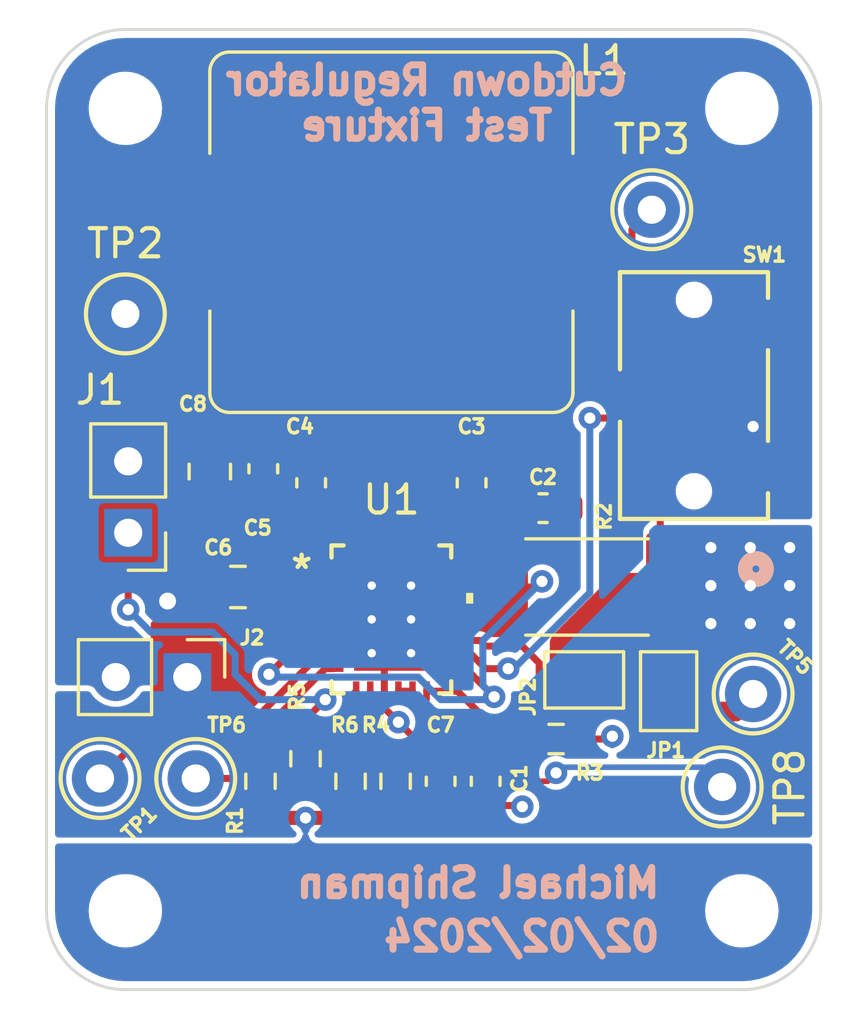
<source format=kicad_pcb>
(kicad_pcb (version 20221018) (generator pcbnew)
  (layers (0 "F.Cu" signal) (1 "In1.Cu" signal) (2 "In2.Cu" signal) (31 "B.Cu" signal) (34 "B.Paste" user) (35 "F.Paste" user) (36 "B.SilkS" user "B.Silkscreen") (37 "F.SilkS" user "F.Silkscreen") (38 "B.Mask" user) (39 "F.Mask" user) (44 "Edge.Cuts" user))
  (net 0 "")
  (net 1 "Net-(U1-MPCC)")
  (net 2 "GND")
  (net 3 "Net-(U1-ISN)")
  (net 4 "Net-(U1-BST1)")
  (net 5 "Net-(C3-Pad2)")
  (net 6 "Net-(U1-BST2)")
  (net 7 "Net-(C4-Pad2)")
  (net 8 "Net-(U1-BST3)")
  (net 9 "Net-(C7-Pad1)")
  (net 10 "+BATT")
  (net 11 "+3V3")
  (net 12 "Net-(JP1-B)")
  (net 13 "Net-(U1-PROG)")
  (net 14 "Net-(U1-RT)")
  (net 15 "Net-(U1-VC)")
  (net 16 "Net-(U1-FB)")
  (net 17 "/EN")
  (net 18 "Net-(U1-PGOOD)")
  (net 19 "/POWR_OUT")
  (footprint "Capacitor_SMD:C_0603_1608Metric_Pad1.08x0.95mm_HandSolder" (layer "F.Cu") (at 139.1 113.6 -90)
    (fp_text reference "C1" (at -0.1 -1.2 90) (layer "F.SilkS") (effects (font (size 0.5 0.5) (thickness 0.125))))
    (fp_text value "4.7uF")
    (fp_line (start -0.146267 -0.51) (end 0.146267 -0.51) (stroke (width 0.12)) (layer "F.SilkS"))
    (fp_line (start -0.146267 0.51) (end 0.146267 0.51) (stroke (width 0.12)) (layer "F.SilkS"))
    (pad "1" smd roundrect (at -0.8625 0 270) (size 1.075 0.95) (layers "F.Cu" "F.Paste" "F.Mask") (net 1 "Net-(U1-MPCC)"))
    (pad "2" smd roundrect (at 0.8625 0 270) (size 1.075 0.95) (layers "F.Cu" "F.Paste" "F.Mask") (net 2 "GND"))
  )
  (footprint "Resistor_SMD:R_0603_1608Metric_Pad0.98x0.95mm_HandSolder" (layer "F.Cu") (at 141.6 112.1)
    (fp_text reference "R3" (at 1.2 1.2) (layer "F.SilkS") (effects (font (size 0.5 0.5) (thickness 0.125))))
    (fp_text value "75k")
    (fp_line (start -0.254724 -0.5225) (end 0.254724 -0.5225) (stroke (width 0.12)) (layer "F.SilkS"))
    (fp_line (start -0.254724 0.5225) (end 0.254724 0.5225) (stroke (width 0.12)) (layer "F.SilkS"))
    (pad "1" smd roundrect (at -0.9125 0) (size 0.975 0.95) (layers "F.Cu" "F.Paste" "F.Mask") (net 14 "Net-(U1-RT)"))
    (pad "2" smd roundrect (at 0.9125 0) (size 0.975 0.95) (layers "F.Cu" "F.Paste" "F.Mask") (net 2 "GND"))
  )
  (footprint "MountingHole:MountingHole_2.2mm_M2" (layer "F.Cu") (at 126.3 89.7)
    (fp_text reference "H1" hide)
    (fp_text value "M2")
    (pad "" np_thru_hole circle (at 0 0) (size 2.2 2.2) (drill 2.2) (layers "*.Cu" "*.Mask"))
  )
  (footprint "TestPoint:TestPoint_Keystone_5000-5004_Miniature" (layer "F.Cu") (at 147.5 113.8)
    (fp_text reference "TP8" (at 2.4 0 90) (layer "F.SilkS"))
    (fp_text value "TestPoint")
    (fp_circle (center 0 0) (end 1.4 0) (stroke (width 0.15)) (fill none) (layer "F.SilkS"))
    (pad "1" thru_hole circle (at 0 0) (size 2 2) (drill 1) (layers "*.Cu" "*.Mask") (net 15 "Net-(U1-VC)"))
  )
  (footprint "MountingHole:MountingHole_2.2mm_M2" (layer "F.Cu") (at 148.2 118.2)
    (fp_text reference "H4" hide)
    (fp_text value "M2")
    (pad "" np_thru_hole circle (at 0 0) (size 2.2 2.2) (drill 2.2) (layers "*.Cu" "*.Mask"))
  )
  (footprint "Capacitor_SMD:C_0603_1608Metric_Pad1.08x0.95mm_HandSolder" (layer "F.Cu") (at 132.9 103 90)
    (fp_text reference "C4" (at 2 -0.4) (layer "F.SilkS") (effects (font (size 0.5 0.5) (thickness 0.125))))
    (fp_text value "220nF")
    (fp_line (start -0.146267 -0.51) (end 0.146267 -0.51) (stroke (width 0.12)) (layer "F.SilkS"))
    (fp_line (start -0.146267 0.51) (end 0.146267 0.51) (stroke (width 0.12)) (layer "F.SilkS"))
    (pad "1" smd roundrect (at -0.8625 0 90) (size 1.075 0.95) (layers "F.Cu" "F.Paste" "F.Mask") (net 6 "Net-(U1-BST2)"))
    (pad "2" smd roundrect (at 0.8625 0 90) (size 1.075 0.95) (layers "F.Cu" "F.Paste" "F.Mask") (net 7 "Net-(C4-Pad2)"))
  )
  (footprint "BPP_Lib:LQFN28_Rev0_ADI-M" (layer "F.Cu") (at 135.75 107.85)
    (fp_text reference "U1" (at 0 -4.25 unlocked) (layer "F.SilkS"))
    (fp_text value "LT3120JV-PBF")
    (fp_text user "*" (at -3.187399 -1.75 unlocked) (layer "F.SilkS"))
    (fp_text user "*" (at -3.187399 -1.75) (layer "F.SilkS"))
    (fp_line (start -2.127 -2.627) (end -2.127 -2.197739) (stroke (width 0.1524)) (layer "F.SilkS"))
    (fp_line (start -2.127 2.197739) (end -2.127 2.627) (stroke (width 0.1524)) (layer "F.SilkS"))
    (fp_line (start -2.127 2.627) (end -1.69774 2.627) (stroke (width 0.1524)) (layer "F.SilkS"))
    (fp_line (start -1.69774 -2.627) (end -2.127 -2.627) (stroke (width 0.1524)) (layer "F.SilkS"))
    (fp_line (start 1.69774 2.627) (end 2.127 2.627) (stroke (width 0.1524)) (layer "F.SilkS"))
    (fp_line (start 2.127 -2.627) (end 1.69774 -2.627) (stroke (width 0.1524)) (layer "F.SilkS"))
    (fp_line (start 2.127 -2.197739) (end 2.127 -2.627) (stroke (width 0.1524)) (layer "F.SilkS"))
    (fp_line (start 2.127 2.627) (end 2.127 2.197739) (stroke (width 0.1524)) (layer "F.SilkS"))
    (fp_poly (pts (xy 2.908 -0.940501) (xy 2.908 -0.559501) (xy 2.654 -0.559501) (xy 2.654 -0.940501)) (fill solid) (layer "F.SilkS"))
    (pad "1" smd rect (at -2.049998 -1.749999 90) (size 0.23 0.699999) (layers "F.Cu" "F.Paste" "F.Mask") (net 8 "Net-(U1-BST3)"))
    (pad "2" smd rect (at -2.049998 -1.25 90) (size 0.23 0.699999) (layers "F.Cu" "F.Paste" "F.Mask") (net 19 "/POWR_OUT"))
    (pad "3" smd rect (at -2.049998 -0.750001 90) (size 0.23 0.699999) (layers "F.Cu" "F.Paste" "F.Mask") (net 2 "GND"))
    (pad "4" smd rect (at -2.049998 -0.25 90) (size 0.23 0.699999) (layers "F.Cu" "F.Paste" "F.Mask") (net 19 "/POWR_OUT"))
    (pad "5" smd rect (at -2.049998 0.25 90) (size 0.23 0.699999) (layers "F.Cu" "F.Paste" "F.Mask") (net 10 "+BATT"))
    (pad "6" smd rect (at -2.049998 0.750001 90) (size 0.23 0.699999) (layers "F.Cu" "F.Paste" "F.Mask") (net 3 "Net-(U1-ISN)"))
    (pad "7" smd rect (at -2.049998 1.25 90) (size 0.23 0.699999) (layers "F.Cu" "F.Paste" "F.Mask") (net 18 "Net-(U1-PGOOD)"))
    (pad "8" smd rect (at -2.049998 1.749999 90) (size 0.23 0.699999) (layers "F.Cu" "F.Paste" "F.Mask") (net 13 "Net-(U1-PROG)"))
    (pad "9" smd rect (at -1.25 2.55) (size 0.23 0.699999) (layers "F.Cu" "F.Paste" "F.Mask") (net 16 "Net-(U1-FB)"))
    (pad "10" smd rect (at -0.750001 2.55) (size 0.23 0.699999) (layers "F.Cu" "F.Paste" "F.Mask") (net 15 "Net-(U1-VC)"))
    (pad "11" smd rect (at -0.25 2.55) (size 0.23 0.699999) (layers "F.Cu" "F.Paste" "F.Mask") (net 2 "GND"))
    (pad "12" smd rect (at 0.25 2.55) (size 0.23 0.699999) (layers "F.Cu" "F.Paste" "F.Mask") (net 1 "Net-(U1-MPCC)"))
    (pad "13" smd rect (at 0.750001 2.55) (size 0.23 0.699999) (layers "F.Cu" "F.Paste" "F.Mask") (net 1 "Net-(U1-MPCC)"))
    (pad "14" smd rect (at 1.25 2.55) (size 0.23 0.699999) (layers "F.Cu" "F.Paste" "F.Mask") (net 14 "Net-(U1-RT)"))
    (pad "15" smd rect (at 2.049998 1.749999 90) (size 0.23 0.699999) (layers "F.Cu" "F.Paste" "F.Mask") (net 3 "Net-(U1-ISN)"))
    (pad "16" smd rect (at 2.049998 1.25 90) (size 0.23 0.699999) (layers "F.Cu" "F.Paste" "F.Mask") (net 17 "/EN"))
    (pad "17" smd rect (at 2.049998 0.750001 90) (size 0.23 0.699999) (layers "F.Cu" "F.Paste" "F.Mask") (net 12 "Net-(JP1-B)"))
    (pad "18" smd rect (at 2.049998 0.25 90) (size 0.23 0.699999) (layers "F.Cu" "F.Paste" "F.Mask") (net 2 "GND"))
    (pad "19" smd rect (at 2.049998 -0.25 90) (size 0.23 0.699999) (layers "F.Cu" "F.Paste" "F.Mask") (net 3 "Net-(U1-ISN)"))
    (pad "20" smd rect (at 2.049998 -0.750001 90) (size 0.23 0.699999) (layers "F.Cu" "F.Paste" "F.Mask") (net 3 "Net-(U1-ISN)"))
    (pad "21" smd rect (at 2.049998 -1.25 90) (size 0.23 0.699999) (layers "F.Cu" "F.Paste" "F.Mask") (net 3 "Net-(U1-ISN)"))
    (pad "22" smd rect (at 2.049998 -1.749999 90) (size 0.23 0.699999) (layers "F.Cu" "F.Paste" "F.Mask") (net 2 "GND"))
    (pad "23" smd rect (at 1.25 -2.55) (size 0.23 0.699999) (layers "F.Cu" "F.Paste" "F.Mask") (net 4 "Net-(U1-BST1)"))
    (pad "24" smd rect (at 0.750001 -2.55) (size 0.23 0.699999) (layers "F.Cu" "F.Paste" "F.Mask") (net 5 "Net-(C3-Pad2)"))
    (pad "25" smd rect (at 0.25 -2.55) (size 0.23 0.699999) (layers "F.Cu" "F.Paste" "F.Mask") (net 5 "Net-(C3-Pad2)"))
    (pad "26" smd rect (at -0.25 -2.55) (size 0.23 0.699999) (layers "F.Cu" "F.Paste" "F.Mask") (net 7 "Net-(C4-Pad2)"))
    (pad "27" smd rect (at -0.750001 -2.55) (size 0.23 0.699999) (layers "F.Cu" "F.Paste" "F.Mask") (net 7 "Net-(C4-Pad2)"))
    (pad "28" smd rect (at -1.25 -2.55) (size 0.23 0.699999) (layers "F.Cu" "F.Paste" "F.Mask") (net 6 "Net-(U1-BST2)"))
    (pad "29" thru_hole circle (at -0.7 -1.2) (size 0.9 0.9) (drill 0.3) (layers "*.Cu" "*.Mask") (net 2 "GND"))
    (pad "29" thru_hole circle (at -0.7 0) (size 0.9 0.9) (drill 0.3) (layers "*.Cu" "*.Mask") (net 2 "GND"))
    (pad "29" thru_hole circle (at -0.7 1.2) (size 0.9 0.9) (drill 0.3) (layers "*.Cu" "*.Mask") (net 2 "GND"))
    (pad "29" smd rect (at 0 0) (size 2.65 3.650001) (layers "F.Cu" "F.Paste" "F.Mask") (net 2 "GND"))
    (pad "29" thru_hole circle (at 0.7 -1.2) (size 0.9 0.9) (drill 0.3) (layers "*.Cu" "*.Mask") (net 2 "GND"))
    (pad "29" thru_hole circle (at 0.7 0) (size 0.9 0.9) (drill 0.3) (layers "*.Cu" "*.Mask") (net 2 "GND"))
    (pad "29" thru_hole circle (at 0.7 1.2) (size 0.9 0.9) (drill 0.3) (layers "*.Cu" "*.Mask") (net 2 "GND"))
  )
  (footprint "Resistor_SMD:R_2512_6332Metric" (layer "F.Cu") (at 142.7 106.7 180)
    (fp_text reference "R2" (at -0.6 2.5 90) (layer "F.SilkS") (effects (font (size 0.5 0.5) (thickness 0.125))))
    (fp_text value "5m")
    (fp_line (start -2.177064 -1.71) (end 2.177064 -1.71) (stroke (width 0.12)) (layer "F.SilkS"))
    (fp_line (start -2.177064 1.71) (end 2.177064 1.71) (stroke (width 0.12)) (layer "F.SilkS"))
    (pad "1" smd roundrect (at -2.9625 0 180) (size 1.225 3.35) (layers "F.Cu" "F.Paste" "F.Mask") (roundrect_rratio 0.2040816327) (net 10 "+BATT"))
    (pad "2" smd roundrect (at 2.9625 0 180) (size 1.225 3.35) (layers "F.Cu" "F.Paste" "F.Mask") (roundrect_rratio 0.2040816327) (net 3 "Net-(U1-ISN)"))
  )
  (footprint "Capacitor_SMD:C_0805_2012Metric_Pad1.18x1.45mm_HandSolder" (layer "F.Cu") (at 129.3 102.6 90)
    (fp_text reference "C8" (at 2.4 -0.6 180) (layer "F.SilkS") (effects (font (size 0.5 0.5) (thickness 0.125))))
    (fp_text value "22uF")
    (fp_line (start -0.261252 -0.735) (end 0.261252 -0.735) (stroke (width 0.12)) (layer "F.SilkS"))
    (fp_line (start -0.261252 0.735) (end 0.261252 0.735) (stroke (width 0.12)) (layer "F.SilkS"))
    (pad "1" smd roundrect (at -1.0375 0 90) (size 1.175 1.45) (layers "F.Cu" "F.Paste" "F.Mask") (roundrect_rratio 0.2127659574) (net 19 "/POWR_OUT"))
    (pad "2" smd roundrect (at 1.0375 0 90) (size 1.175 1.45) (layers "F.Cu" "F.Paste" "F.Mask") (roundrect_rratio 0.2127659574) (net 2 "GND"))
  )
  (footprint "Capacitor_SMD:C_0805_2012Metric_Pad1.18x1.45mm_HandSolder" (layer "F.Cu") (at 130.3 106.7 180)
    (fp_text reference "C6" (at 0.7 1.4) (layer "F.SilkS") (effects (font (size 0.5 0.5) (thickness 0.125))))
    (fp_text value "22uF")
    (fp_line (start -0.261252 -0.735) (end 0.261252 -0.735) (stroke (width 0.12)) (layer "F.SilkS"))
    (fp_line (start -0.261252 0.735) (end 0.261252 0.735) (stroke (width 0.12)) (layer "F.SilkS"))
    (pad "1" smd roundrect (at -1.0375 0 180) (size 1.175 1.45) (layers "F.Cu" "F.Paste" "F.Mask") (roundrect_rratio 0.2127659574) (net 19 "/POWR_OUT"))
    (pad "2" smd roundrect (at 1.0375 0 180) (size 1.175 1.45) (layers "F.Cu" "F.Paste" "F.Mask") (roundrect_rratio 0.2127659574) (net 2 "GND"))
  )
  (footprint "Connector_PinHeader_2.54mm:PinHeader_1x02_P2.54mm_Vertical" (layer "F.Cu") (at 128.5 109.9 -90)
    (fp_text reference "J2" (at -1.4 -2.3 -180) (layer "F.SilkS") (effects (font (size 0.5 0.5) (thickness 0.125))))
    (fp_text value "Conn_01x02_Socket")
    (fp_line (start -1.33 -1.33) (end 0 -1.33) (stroke (width 0.12)) (layer "F.SilkS"))
    (fp_line (start -1.33 0) (end -1.33 -1.33) (stroke (width 0.12)) (layer "F.SilkS"))
    (fp_line (start -1.33 1.27) (end -1.33 3.87) (stroke (width 0.12)) (layer "F.SilkS"))
    (fp_line (start -1.33 1.27) (end 1.33 1.27) (stroke (width 0.12)) (layer "F.SilkS"))
    (fp_line (start -1.33 3.87) (end 1.33 3.87) (stroke (width 0.12)) (layer "F.SilkS"))
    (fp_line (start 1.33 1.27) (end 1.33 3.87) (stroke (width 0.12)) (layer "F.SilkS"))
    (pad "1" thru_hole rect (at 0 0 270) (size 1.7 1.7) (drill 1) (layers "*.Cu" "*.Mask") (net 10 "+BATT"))
    (pad "2" thru_hole oval (at 0 2.54 270) (size 1.7 1.7) (drill 1) (layers "*.Cu" "*.Mask") (net 2 "GND"))
  )
  (footprint "Capacitor_SMD:C_0603_1608Metric_Pad1.08x0.95mm_HandSolder" (layer "F.Cu") (at 138.6 103 90)
    (fp_text reference "C3" (at 2 0 180) (layer "F.SilkS") (effects (font (size 0.5 0.5) (thickness 0.125))))
    (fp_text value "220nF")
    (fp_line (start -0.146267 -0.51) (end 0.146267 -0.51) (stroke (width 0.12)) (layer "F.SilkS"))
    (fp_line (start -0.146267 0.51) (end 0.146267 0.51) (stroke (width 0.12)) (layer "F.SilkS"))
    (pad "1" smd roundrect (at -0.8625 0 90) (size 1.075 0.95) (layers "F.Cu" "F.Paste" "F.Mask") (net 4 "Net-(U1-BST1)"))
    (pad "2" smd roundrect (at 0.8625 0 90) (size 1.075 0.95) (layers "F.Cu" "F.Paste" "F.Mask") (net 5 "Net-(C3-Pad2)"))
  )
  (footprint "TestPoint:TestPoint_Keystone_5000-5004_Miniature" (layer "F.Cu") (at 128.8 113.5)
    (fp_text reference "TP6" (at 1.1 -1.9) (layer "F.SilkS") (effects (font (size 0.5 0.5) (thickness 0.125))))
    (fp_text value "TestPoint")
    (fp_circle (center 0 0) (end 1.4 0) (stroke (width 0.15)) (fill none) (layer "F.SilkS"))
    (pad "1" thru_hole circle (at 0 0) (size 2 2) (drill 1) (layers "*.Cu" "*.Mask") (net 16 "Net-(U1-FB)"))
  )
  (footprint "Capacitor_SMD:C_0603_1608Metric_Pad1.08x0.95mm_HandSolder" (layer "F.Cu") (at 137.5 113.6 90)
    (fp_text reference "C7" (at 2 0 180) (layer "F.SilkS") (effects (font (size 0.5 0.5) (thickness 0.125))))
    (fp_text value "680p")
    (fp_line (start -0.146267 -0.51) (end 0.146267 -0.51) (stroke (width 0.12)) (layer "F.SilkS"))
    (fp_line (start -0.146267 0.51) (end 0.146267 0.51) (stroke (width 0.12)) (layer "F.SilkS"))
    (pad "1" smd roundrect (at -0.8625 0 90) (size 1.075 0.95) (layers "F.Cu" "F.Paste" "F.Mask") (net 9 "Net-(C7-Pad1)"))
    (pad "2" smd roundrect (at 0.8625 0 90) (size 1.075 0.95) (layers "F.Cu" "F.Paste" "F.Mask") (net 2 "GND"))
  )
  (footprint "Resistor_SMD:R_0603_1608Metric_Pad0.98x0.95mm_HandSolder" (layer "F.Cu") (at 132.7 112.8 -90)
    (fp_text reference "R5" (at -2.2 0.3 90) (layer "F.SilkS") (effects (font (size 0.5 0.5) (thickness 0.125))))
    (fp_text value "154k")
    (fp_line (start -0.254724 -0.5225) (end 0.254724 -0.5225) (stroke (width 0.12)) (layer "F.SilkS"))
    (fp_line (start -0.254724 0.5225) (end 0.254724 0.5225) (stroke (width 0.12)) (layer "F.SilkS"))
    (pad "1" smd roundrect (at -0.9125 0 270) (size 0.975 0.95) (layers "F.Cu" "F.Paste" "F.Mask") (net 19 "/POWR_OUT"))
    (pad "2" smd roundrect (at 0.9125 0 270) (size 0.975 0.95) (layers "F.Cu" "F.Paste" "F.Mask") (net 16 "Net-(U1-FB)"))
  )
  (footprint "Capacitor_SMD:C_0603_1608Metric_Pad1.08x0.95mm_HandSolder" (layer "F.Cu") (at 131.2 102.5 90)
    (fp_text reference "C5" (at -2.1 -0.2 180) (layer "F.SilkS") (effects (font (size 0.5 0.5) (thickness 0.125))))
    (fp_text value "22nF")
    (fp_line (start -0.146267 -0.51) (end 0.146267 -0.51) (stroke (width 0.12)) (layer "F.SilkS"))
    (fp_line (start -0.146267 0.51) (end 0.146267 0.51) (stroke (width 0.12)) (layer "F.SilkS"))
    (pad "1" smd roundrect (at -0.8625 0 90) (size 1.075 0.95) (layers "F.Cu" "F.Paste" "F.Mask") (net 8 "Net-(U1-BST3)"))
    (pad "2" smd roundrect (at 0.8625 0 90) (size 1.075 0.95) (layers "F.Cu" "F.Paste" "F.Mask") (net 19 "/POWR_OUT"))
  )
  (footprint "Resistor_SMD:R_0603_1608Metric_Pad0.98x0.95mm_HandSolder" (layer "F.Cu") (at 131.1 113.6 -90)
    (fp_text reference "R1" (at 1.4 0.9 90) (layer "F.SilkS") (effects (font (size 0.5 0.5) (thickness 0.125))))
    (fp_text value "81.1k")
    (fp_line (start -0.254724 -0.5225) (end 0.254724 -0.5225) (stroke (width 0.12)) (layer "F.SilkS"))
    (fp_line (start -0.254724 0.5225) (end 0.254724 0.5225) (stroke (width 0.12)) (layer "F.SilkS"))
    (pad "1" smd roundrect (at -0.9125 0 270) (size 0.975 0.95) (layers "F.Cu" "F.Paste" "F.Mask") (net 13 "Net-(U1-PROG)"))
    (pad "2" smd roundrect (at 0.9125 0 270) (size 0.975 0.95) (layers "F.Cu" "F.Paste" "F.Mask") (net 2 "GND"))
  )
  (footprint "MountingHole:MountingHole_2.2mm_M2" (layer "F.Cu") (at 126.3 118.2)
    (fp_text reference "H3" hide)
    (fp_text value "M2")
    (pad "" np_thru_hole circle (at 0 0) (size 2.2 2.2) (drill 2.2) (layers "*.Cu" "*.Mask"))
  )
  (footprint "Capacitor_SMD:C_0603_1608Metric_Pad1.08x0.95mm_HandSolder" (layer "F.Cu") (at 141.1375 103.9)
    (fp_text reference "C2" (at 0 -1.1) (layer "F.SilkS") (effects (font (size 0.5 0.5) (thickness 0.125))))
    (fp_text value "10uF")
    (fp_line (start -0.146267 -0.51) (end 0.146267 -0.51) (stroke (width 0.12)) (layer "F.SilkS"))
    (fp_line (start -0.146267 0.51) (end 0.146267 0.51) (stroke (width 0.12)) (layer "F.SilkS"))
    (pad "1" smd roundrect (at -0.8625 0) (size 1.075 0.95) (layers "F.Cu" "F.Paste" "F.Mask") (net 3 "Net-(U1-ISN)"))
    (pad "2" smd roundrect (at 0.8625 0) (size 1.075 0.95) (layers "F.Cu" "F.Paste" "F.Mask") (net 2 "GND"))
  )
  (footprint "MountingHole:MountingHole_2.2mm_M2" (layer "F.Cu") (at 148.2 89.7)
    (fp_text reference "H2" hide)
    (fp_text value "M2")
    (pad "" np_thru_hole circle (at 0 0) (size 2.2 2.2) (drill 2.2) (layers "*.Cu" "*.Mask"))
  )
  (footprint "Resistor_SMD:R_0603_1608Metric_Pad0.98x0.95mm_HandSolder" (layer "F.Cu") (at 134.3 113.6 -90)
    (fp_text reference "R6" (at -2 0.2 -180) (layer "F.SilkS") (effects (font (size 0.5 0.5) (thickness 0.125))))
    (fp_text value "154k")
    (fp_line (start -0.254724 -0.5225) (end 0.254724 -0.5225) (stroke (width 0.12)) (layer "F.SilkS"))
    (fp_line (start -0.254724 0.5225) (end 0.254724 0.5225) (stroke (width 0.12)) (layer "F.SilkS"))
    (pad "1" smd roundrect (at -0.9125 0 270) (size 0.975 0.95) (layers "F.Cu" "F.Paste" "F.Mask") (net 16 "Net-(U1-FB)"))
    (pad "2" smd roundrect (at 0.9125 0 270) (size 0.975 0.95) (layers "F.Cu" "F.Paste" "F.Mask") (net 2 "GND"))
  )
  (footprint "BPP_Lib:CL-SB-12B-01_NDC" (layer "F.Cu") (at 146.5 99.9 90)
    (fp_text reference "SW1" (at 5 2.5 unlocked) (layer "F.SilkS") (effects (font (size 0.5 0.5) (thickness 0.125))))
    (fp_text value "SW_SPDT")
    (fp_circle (center -6.1595 2.198101) (end -5.7785 2.198101) (stroke (width 0.508)) (fill none) (layer "B.SilkS"))
    (fp_line (start -4.3815 -2.6289) (end -4.3815 2.6289) (stroke (width 0.1524)) (layer "F.SilkS"))
    (fp_line (start -4.3815 2.6289) (end -3.46964 2.6289) (stroke (width 0.1524)) (layer "F.SilkS"))
    (fp_line (start -1.61036 2.6289) (end 1.61036 2.6289) (stroke (width 0.1524)) (layer "F.SilkS"))
    (fp_line (start -0.92964 -2.6289) (end -4.3815 -2.6289) (stroke (width 0.1524)) (layer "F.SilkS"))
    (fp_line (start 3.46964 2.6289) (end 4.3815 2.6289) (stroke (width 0.1524)) (layer "F.SilkS"))
    (fp_line (start 4.3815 -2.6289) (end 0.92964 -2.6289) (stroke (width 0.1524)) (layer "F.SilkS"))
    (fp_line (start 4.3815 2.6289) (end 4.3815 -2.6289) (stroke (width 0.1524)) (layer "F.SilkS"))
    (fp_circle (center -6.1595 2.198101) (end -5.7785 2.198101) (stroke (width 0.508)) (fill none) (layer "F.SilkS"))
    (pad "" np_thru_hole circle (at -3.399998 -0.0019 90) (size 0.889 0.889) (drill 0.889) (layers "*.Cu" "*.Mask"))
    (pad "" np_thru_hole circle (at 3.399998 -0.0019 90) (size 0.889 0.889) (drill 0.889) (layers "*.Cu" "*.Mask"))
    (pad "1" smd rect (at -2.54 2.198101 90) (size 1.1938 1.397) (layers "F.Cu" "F.Paste" "F.Mask") (net 2 "GND"))
    (pad "2" smd rect (at 0 -2.201898 90) (size 1.1938 1.397) (layers "F.Cu" "F.Paste" "F.Mask") (net 17 "/EN"))
    (pad "3" smd rect (at 2.54 2.198101 90) (size 1.1938 1.397) (layers "F.Cu" "F.Paste" "F.Mask") (net 10 "+BATT"))
  )
  (footprint "Jumper:SolderJumper-2_P1.3mm_Open_TrianglePad1.0x1.5mm" (layer "F.Cu") (at 145.6 110.4 90)
    (fp_text reference "JP1" (at -2.1 -0.1 180) (layer "F.SilkS") (effects (font (size 0.5 0.5) (thickness 0.125))))
    (fp_text value "SolderJumper_2_Open")
    (fp_line (start -1.4 -1) (end 1.4 -1) (stroke (width 0.12)) (layer "F.SilkS"))
    (fp_line (start -1.4 1) (end -1.4 -1) (stroke (width 0.12)) (layer "F.SilkS"))
    (fp_line (start 1.4 -1) (end 1.4 1) (stroke (width 0.12)) (layer "F.SilkS"))
    (fp_line (start 1.4 1) (end -1.4 1) (stroke (width 0.12)) (layer "F.SilkS"))
    (pad "1" smd custom (at -0.725 0 90) (size 0.3 0.3) (layers "F.Cu" "F.Mask") (net 11 "+3V3") (options (clearance outline) (anchor rect)) (primitives (gr_poly (pts (xy 1 0) (xy 0.5 0.75) (xy -0.5 0.75) (xy -0.5 -0.75) (xy 0.5 -0.75)) (width 0) (fill yes))))
    (pad "2" smd custom (at 0.725 0 90) (size 0.3 0.3) (layers "F.Cu" "F.Mask") (net 12 "Net-(JP1-B)") (options (clearance outline) (anchor rect)) (primitives (gr_poly (pts (xy 0.5 0.75) (xy -0.65 0.75) (xy -0.15 0) (xy -0.65 -0.75) (xy 0.5 -0.75)) (width 0) (fill yes))))
  )
  (footprint "TestPoint:TestPoint_Keystone_5000-5004_Miniature" (layer "F.Cu") (at 148.6 110.5)
    (fp_text reference "TP5" (at 1.5 -1.3 135) (layer "F.SilkS") (effects (font (size 0.5 0.5) (thickness 0.125))))
    (fp_text value "TestPoint")
    (fp_circle (center 0 0) (end 1.4 0) (stroke (width 0.15)) (fill none) (layer "F.SilkS"))
    (pad "1" thru_hole circle (at 0 0) (size 2 2) (drill 1) (layers "*.Cu" "*.Mask") (net 11 "+3V3"))
  )
  (footprint "Jumper:SolderJumper-2_P1.3mm_Open_TrianglePad1.0x1.5mm" (layer "F.Cu") (at 142.6 110)
    (fp_text reference "JP2" (at -2 0.6 90) (layer "F.SilkS") (effects (font (size 0.5 0.5) (thickness 0.125))))
    (fp_text value "SolderJumper_2_Open")
    (fp_line (start -1.4 -1) (end 1.4 -1) (stroke (width 0.12)) (layer "F.SilkS"))
    (fp_line (start -1.4 1) (end -1.4 -1) (stroke (width 0.12)) (layer "F.SilkS"))
    (fp_line (start 1.4 -1) (end 1.4 1) (stroke (width 0.12)) (layer "F.SilkS"))
    (fp_line (start 1.4 1) (end -1.4 1) (stroke (width 0.12)) (layer "F.SilkS"))
    (pad "1" smd custom (at -0.725 0) (size 0.3 0.3) (layers "F.Cu" "F.Mask") (net 10 "+BATT") (options (clearance outline) (anchor rect)) (primitives (gr_poly (pts (xy 1 0) (xy 0.5 0.75) (xy -0.5 0.75) (xy -0.5 -0.75) (xy 0.5 -0.75)) (width 0) (fill yes))))
    (pad "2" smd custom (at 0.725 0) (size 0.3 0.3) (layers "F.Cu" "F.Mask") (net 12 "Net-(JP1-B)") (options (clearance outline) (anchor rect)) (primitives (gr_poly (pts (xy 0.5 0.75) (xy -0.65 0.75) (xy -0.15 0) (xy -0.65 -0.75) (xy 0.5 -0.75)) (width 0) (fill yes))))
  )
  (footprint "Connector_PinHeader_2.54mm:PinHeader_1x02_P2.54mm_Vertical" (layer "F.Cu") (at 126.4 104.775 180)
    (fp_text reference "J1" (at 1 5.075) (layer "F.SilkS"))
    (fp_text value "Nichrome")
    (fp_line (start -1.33 -1.33) (end 0 -1.33) (stroke (width 0.12)) (layer "F.SilkS"))
    (fp_line (start -1.33 0) (end -1.33 -1.33) (stroke (width 0.12)) (layer "F.SilkS"))
    (fp_line (start -1.33 1.27) (end -1.33 3.87) (stroke (width 0.12)) (layer "F.SilkS"))
    (fp_line (start -1.33 1.27) (end 1.33 1.27) (stroke (width 0.12)) (layer "F.SilkS"))
    (fp_line (start -1.33 3.87) (end 1.33 3.87) (stroke (width 0.12)) (layer "F.SilkS"))
    (fp_line (start 1.33 1.27) (end 1.33 3.87) (stroke (width 0.12)) (layer "F.SilkS"))
    (pad "1" thru_hole rect (at 0 0 180) (size 1.7 1.7) (drill 1) (layers "*.Cu" "*.Mask") (net 19 "/POWR_OUT"))
    (pad "2" thru_hole oval (at 0 2.54 180) (size 1.7 1.7) (drill 1) (layers "*.Cu" "*.Mask") (net 2 "GND"))
  )
  (footprint "TestPoint:TestPoint_Keystone_5000-5004_Miniature" (layer "F.Cu") (at 126.3 97 180)
    (fp_text reference "TP2" (at 0 2.5) (layer "F.SilkS"))
    (fp_text value "TestPoint")
    (fp_circle (center 0 0) (end 1.4 0) (stroke (width 0.15)) (fill none) (layer "F.SilkS"))
    (pad "1" thru_hole circle (at 0 0 180) (size 2 2) (drill 1) (layers "*.Cu" "*.Mask") (net 2 "GND"))
  )
  (footprint "TestPoint:TestPoint_Keystone_5000-5004_Miniature" (layer "F.Cu") (at 145 93.3)
    (fp_text reference "TP3" (at 0 -2.5) (layer "F.SilkS"))
    (fp_text value "TestPoint")
    (fp_circle (center 0 0) (end 1.4 0) (stroke (width 0.15)) (fill none) (layer "F.SilkS"))
    (pad "1" thru_hole circle (at 0 0) (size 2 2) (drill 1) (layers "*.Cu" "*.Mask") (net 17 "/EN"))
  )
  (footprint "TestPoint:TestPoint_Keystone_5000-5004_Miniature" (layer "F.Cu") (at 125.4 113.5)
    (fp_text reference "TP1" (at 1.4 1.6 45) (layer "F.SilkS") (effects (font (size 0.5 0.5) (thickness 0.125))))
    (fp_text value "TestPoint")
    (fp_circle (center 0 0) (end 1.4 0) (stroke (width 0.15)) (fill none) (layer "F.SilkS"))
    (pad "1" thru_hole circle (at 0 0) (size 2 2) (drill 1) (layers "*.Cu" "*.Mask") (net 18 "Net-(U1-PGOOD)"))
  )
  (footprint "BPP_Lib:L_Bourns_SRP1265A" (layer "F.Cu") (at 135.75 94.1 180)
    (fp_text reference "L1" (at -7.55 6.1) (layer "F.SilkS"))
    (fp_text value "3.3uH")
    (fp_line (start -6.45 -5.75) (end -6.45 -2.8) (stroke (width 0.12)) (layer "F.SilkS"))
    (fp_line (start -6.45 2.8) (end -6.45 5.7) (stroke (width 0.12)) (layer "F.SilkS"))
    (fp_line (start -5.75 -6.4) (end 5.75 -6.4) (stroke (width 0.12)) (layer "F.SilkS"))
    (fp_line (start 5.75 6.4) (end -5.75 6.4) (stroke (width 0.12)) (layer "F.SilkS"))
    (fp_line (start 6.45 -5.7) (end 6.45 -2.8) (stroke (width 0.12)) (layer "F.SilkS"))
    (fp_line (start 6.45 2.8) (end 6.45 5.7) (stroke (width 0.12)) (layer "F.SilkS"))
    (fp_arc (start -6.45 -5.7) (mid -6.244975 -6.194975) (end -5.75 -6.4) (stroke (width 0.12)) (layer "F.SilkS"))
    (fp_arc (start -5.75 6.4) (mid -6.244975 6.194975) (end -6.45 5.7) (stroke (width 0.12)) (layer "F.SilkS"))
    (fp_arc (start 5.75 -6.4) (mid 6.244975 -6.194975) (end 6.45 -5.7) (stroke (width 0.12)) (layer "F.SilkS"))
    (fp_arc (start 6.45 5.7) (mid 6.244975 6.194975) (end 5.75 6.4) (stroke (width 0.12)) (layer "F.SilkS"))
    (pad "1" smd rect (at -5.55 0 180) (size 3.1 5) (layers "F.Cu" "F.Paste" "F.Mask") (net 5 "Net-(C3-Pad2)"))
    (pad "2" smd rect (at 5.55 0 180) (size 3.1 5) (layers "F.Cu" "F.Paste" "F.Mask") (net 7 "Net-(C4-Pad2)"))
  )
  (footprint "Resistor_SMD:R_0603_1608Metric_Pad0.98x0.95mm_HandSolder" (layer "F.Cu") (at 135.9 113.6 -90)
    (fp_text reference "R4" (at -2 0.7 -180) (layer "F.SilkS") (effects (font (size 0.5 0.5) (thickness 0.125))))
    (fp_text value "56.2k")
    (fp_line (start -0.254724 -0.5225) (end 0.254724 -0.5225) (stroke (width 0.12)) (layer "F.SilkS"))
    (fp_line (start -0.254724 0.5225) (end 0.254724 0.5225) (stroke (width 0.12)) (layer "F.SilkS"))
    (pad "1" smd roundrect (at -0.9125 0 270) (size 0.975 0.95) (layers "F.Cu" "F.Paste" "F.Mask") (net 15 "Net-(U1-VC)"))
    (pad "2" smd roundrect (at 0.9125 0 270) (size 0.975 0.95) (layers "F.Cu" "F.Paste" "F.Mask") (net 9 "Net-(C7-Pad1)"))
  )
  (footprint "BPP_Lib:BalloonArt_Mask" (layer "B.Cu") (at 130.6 118.3 180)
    (fp_text reference "REF**" hide)
    (fp_text value "BalloonArt_Mask")
  )
  (gr_arc (start 148.200001 86.899999) (mid 150.1799 87.7201) (end 151.000001 89.699999) (stroke (width 0.1)) (layer "Edge.Cuts"))
  (gr_line (start 148.2 121) (end 126.3 121) (stroke (width 0.1)) (layer "Edge.Cuts"))
  (gr_arc (start 126.299999 121.000001) (mid 124.3201 120.1799) (end 123.499999 118.200001) (stroke (width 0.1)) (layer "Edge.Cuts"))
  (gr_arc (start 151.000001 118.200001) (mid 150.1799 120.1799) (end 148.200001 121.000001) (stroke (width 0.1)) (layer "Edge.Cuts"))
  (gr_arc (start 123.5 89.7) (mid 124.320101 87.720101) (end 126.3 86.9) (stroke (width 0.1)) (layer "Edge.Cuts"))
  (gr_line (start 123.5 118.2) (end 123.5 89.7) (stroke (width 0.1)) (layer "Edge.Cuts"))
  (gr_line (start 126.3 86.9) (end 148.2 86.9) (stroke (width 0.1)) (layer "Edge.Cuts"))
  (gr_line (start 151 89.7) (end 151 118.2) (stroke (width 0.1)) (layer "Edge.Cuts"))
  (gr_text "02/02/2024" (at 145.4 119.7) (layer "B.SilkS") (effects (font (size 1 1) (thickness 0.25) bold) (justify left bottom mirror)))
  (gr_text "Cutdown Regulator\nTest Fixture" (at 137 90.9) (layer "B.SilkS") (effects (font (size 1 1) (thickness 0.25) bold) (justify bottom mirror)))
  (gr_text "Michael Shipman" (at 145.4 117.8) (layer "B.SilkS") (effects (font (size 1 1) (thickness 0.25) bold) (justify left bottom mirror)))
  (segment (start 136.500001 110.900001) (end 136.9 111.3) (width 0.25) (layer "F.Cu") (net 1))
  (segment (start 136.9 111.3) (end 137.6625 111.3) (width 0.25) (layer "F.Cu") (net 1))
  (segment (start 136.500001 110.4) (end 136.500001 110.900001) (width 0.25) (layer "F.Cu") (net 1))
  (segment (start 137.6625 111.3) (end 139.1 112.7375) (width 0.25) (layer "F.Cu") (net 1))
  (segment (start 136 110.4) (end 136.500001 110.4) (width 0.25) (layer "F.Cu") (net 1))
  (segment (start 128.3 106.7) (end 127.8 107.2) (width 1) (layer "F.Cu") (net 2))
  (segment (start 137.5 112.7375) (end 137.2375 112.7375) (width 0.25) (layer "F.Cu") (net 2))
  (segment (start 148.698101 102.44) (end 148.698101 101.098101) (width 1) (layer "F.Cu") (net 2))
  (segment (start 135.5 109.5) (end 135.05 109.05) (width 0.25) (layer "F.Cu") (net 2))
  (segment (start 135.5 110.4) (end 135.5 111) (width 0.25) (layer "F.Cu") (net 2))
  (segment (start 136.7 106.1) (end 137.799998 106.100001) (width 0.25) (layer "F.Cu") (net 2))
  (segment (start 129.2625 106.7) (end 128.3 106.7) (width 1) (layer "F.Cu") (net 2))
  (segment (start 135.75 107.85) (end 135.75 107.05) (width 0.25) (layer "F.Cu") (net 2))
  (segment (start 134.600001 107.099999) (end 135.05 106.65) (width 0.25) (layer "F.Cu") (net 2))
  (segment (start 129.3 101.5625) (end 127.0725 101.5625) (width 1) (layer "F.Cu") (net 2))
  (segment (start 142.5125 112.1) (end 143.5 112.1) (width 0.25) (layer "F.Cu") (net 2))
  (segment (start 133.6 114.9) (end 131.4875 114.9) (width 0.5) (layer "F.Cu") (net 2))
  (segment (start 134.3 114.5125) (end 133.9875 114.5125) (width 0.5) (layer "F.Cu") (net 2))
  (segment (start 148.698101 101.098101) (end 148.6 101) (width 1) (layer "F.Cu") (net 2))
  (segment (start 133.9875 114.5125) (end 133.6 114.9) (width 0.5) (layer "F.Cu") (net 2))
  (segment (start 135.5 110.4) (end 135.5 109.5) (width 0.25) (layer "F.Cu") (net 2))
  (segment (start 135.75 107.05) (end 136.7 106.1) (width 0.25) (layer "F.Cu") (net 2))
  (segment (start 140.3625 114.4625) (end 140.4 114.5) (width 0.25) (layer "F.Cu") (net 2))
  (segment (start 133.700002 107.099999) (end 134.600001 107.099999) (width 0.25) (layer "F.Cu") (net 2))
  (segment (start 135.5 111) (end 136 111.5) (width 0.25) (layer "F.Cu") (net 2))
  (segment (start 131.4875 114.9) (end 131.1 114.5125) (width 0.5) (layer "F.Cu") (net 2))
  (segment (start 137.2375 112.7375) (end 136 111.5) (width 0.25) (layer "F.Cu") (net 2))
  (segment (start 127.0725 101.5625) (end 126.4 102.235) (width 1) (layer "F.Cu") (net 2))
  (segment (start 137.799998 108.1) (end 136 108.1) (width 0.25) (layer "F.Cu") (net 2))
  (segment (start 139.1 114.4625) (end 140.3625 114.4625) (width 0.25) (layer "F.Cu") (net 2))
  (segment (start 143.5 112.1) (end 143.6 112) (width 0.25) (layer "F.Cu") (net 2))
  (segment (start 136 108.1) (end 135.75 107.85) (width 0.25) (layer "F.Cu") (net 2))
  (via (at 127.8 107.2) (size 1) (drill 0.6) (layers "F.Cu" "B.Cu") (net 2))
  (via (at 143.6 112) (size 0.8) (drill 0.4) (layers "F.Cu" "B.Cu") (net 2))
  (via (at 140.4 114.5) (size 0.8) (drill 0.4) (layers "F.Cu" "B.Cu") (net 2))
  (via (at 132.7 114.9) (size 0.8) (drill 0.4) (layers "F.Cu" "B.Cu") (net 2))
  (via (at 148.6 101) (size 0.8) (drill 0.4) (layers "F.Cu" "B.Cu") (net 2))
  (via (at 136 111.5) (size 0.8) (drill 0.4) (layers "F.Cu" "B.Cu") (net 2))
  (segment (start 139.7375 106.7) (end 140.9 106.7) (width 0.25) (layer "F.Cu") (net 3))
  (segment (start 131.4 109.8) (end 132.599999 108.600001) (width 0.25) (layer "F.Cu") (net 3))
  (segment (start 140.9 106.7) (end 141.1 106.5) (width 0.25) (layer "F.Cu") (net 3))
  (segment (start 137.799998 109.599999) (end 138.399999 109.599999) (width 0.25) (layer "F.Cu") (net 3))
  (segment (start 138.399999 109.599999) (end 139.4 110.6) (width 0.25) (layer "F.Cu") (net 3))
  (segment (start 132.599999 108.600001) (end 133.700002 108.600001) (width 0.25) (layer "F.Cu") (net 3))
  (via (at 131.4 109.8) (size 0.8) (drill 0.4) (layers "F.Cu" "B.Cu") (net 3))
  (via (at 139.4 110.6) (size 0.8) (drill 0.4) (layers "F.Cu" "B.Cu") (net 3))
  (via (at 141.1 106.5) (size 0.8) (drill 0.4) (layers "F.Cu" "B.Cu") (net 3))
  (segment (start 141.1 106.5) (end 139 108.6) (width 0.25) (layer "B.Cu") (net 3))
  (segment (start 131.5 109.9) (end 136.7 109.9) (width 0.25) (layer "B.Cu") (net 3))
  (segment (start 139.3 110.7) (end 139.4 110.6) (width 0.25) (layer "B.Cu") (net 3))
  (segment (start 139 108.6) (end 139 110.2) (width 0.25) (layer "B.Cu") (net 3))
  (segment (start 131.4 109.8) (end 131.5 109.9) (width 0.25) (layer "B.Cu") (net 3))
  (segment (start 136.7 109.9) (end 137.5 110.7) (width 0.25) (layer "B.Cu") (net 3))
  (segment (start 137.5 110.7) (end 139.3 110.7) (width 0.25) (layer "B.Cu") (net 3))
  (segment (start 139 110.2) (end 139.4 110.6) (width 0.25) (layer "B.Cu") (net 3))
  (segment (start 131.2 103.599999) (end 131.2 103.3625) (width 0.23) (layer "F.Cu") (net 8))
  (segment (start 133.700002 106.100001) (end 131.2 103.599999) (width 0.23) (layer "F.Cu") (net 8))
  (segment (start 135.95 114.4625) (end 135.9 114.5125) (width 0.5) (layer "F.Cu") (net 9))
  (segment (start 137.5 114.4625) (end 135.95 114.4625) (width 0.5) (layer "F.Cu") (net 9))
  (segment (start 145.3 106.3375) (end 145.3 102.2) (width 0.25) (layer "F.Cu") (net 10))
  (segment (start 145.3 102.2) (end 148.698101 98.801899) (width 0.25) (layer "F.Cu") (net 10))
  (segment (start 143.9 106.7) (end 141.875 108.725) (width 1) (layer "F.Cu") (net 10))
  (segment (start 145.6625 106.7) (end 145.3 106.3375) (width 0.25) (layer "F.Cu") (net 10))
  (segment (start 145.6625 106.7) (end 143.9 106.7) (width 1) (layer "F.Cu") (net 10))
  (segment (start 141.875 108.725) (end 141.875 110) (width 1) (layer "F.Cu") (net 10))
  (segment (start 148.698101 98.801899) (end 148.698101 97.36) (width 0.25) (layer "F.Cu") (net 10))
  (via (at 147.1 105.3) (size 0.8) (drill 0.4) (layers "F.Cu" "B.Cu") (net 10))
  (via (at 149.9 108) (size 0.8) (drill 0.4) (layers "F.Cu" "B.Cu") (net 10))
  (via (at 148.5 105.3) (size 0.8) (drill 0.4) (layers "F.Cu" "B.Cu") (net 10))
  (via (at 147.1 108) (size 0.8) (drill 0.4) (layers "F.Cu" "B.Cu") (net 10))
  (via (at 148.5 108) (size 0.8) (drill 0.4) (layers "F.Cu" "B.Cu") (net 10))
  (via (at 148.5 106.65) (size 0.8) (drill 0.4) (layers "F.Cu" "B.Cu") (net 10))
  (via (at 149.9 106.65) (size 0.8) (drill 0.4) (layers "F.Cu" "B.Cu") (net 10))
  (via (at 149.9 105.3) (size 0.8) (drill 0.4) (layers "F.Cu" "B.Cu") (net 10))
  (via (at 147.1 106.65) (size 0.8) (drill 0.4) (layers "F.Cu" "B.Cu") (net 10))
  (segment (start 148.6 110.5) (end 147.975 111.125) (width 0.7) (layer "F.Cu") (net 11))
  (segment (start 147.975 111.125) (end 145.6 111.125) (width 0.7) (layer "F.Cu") (net 11))
  (segment (start 140.4 108.8) (end 139.1 108.8) (width 0.25) (layer "F.Cu") (net 12))
  (segment (start 142.7 111.2) (end 141.3 111.2) (width 0.25) (layer "F.Cu") (net 12))
  (segment (start 141 109.4) (end 140.4 108.8) (width 0.25) (layer "F.Cu") (net 12))
  (segment (start 143.325 110) (end 143.325 110.575) (width 0.25) (layer "F.Cu") (net 12))
  (segment (start 143.65 109.675) (end 143.325 110) (width 0.25) (layer "F.Cu") (net 12))
  (segment (start 143.325 110.575) (end 142.7 111.2) (width 0.25) (layer "F.Cu") (net 12))
  (segment (start 145.6 109.675) (end 143.65 109.675) (width 0.25) (layer "F.Cu") (net 12))
  (segment (start 141.3 111.2) (end 141 110.9) (width 0.25) (layer "F.Cu") (net 12))
  (segment (start 138.900001 108.600001) (end 137.799998 108.600001) (width 0.25) (layer "F.Cu") (net 12))
  (segment (start 141 110.9) (end 141 109.4) (width 0.25) (layer "F.Cu") (net 12))
  (segment (start 139.1 108.8) (end 138.900001 108.600001) (width 0.25) (layer "F.Cu") (net 12))
  (segment (start 133.700002 109.599999) (end 133.400001 109.599999) (width 0.25) (layer "F.Cu") (net 13))
  (segment (start 131.1 111.9) (end 131.1 112.6875) (width 0.25) (layer "F.Cu") (net 13))
  (segment (start 133.400001 109.599999) (end 131.1 111.9) (width 0.25) (layer "F.Cu") (net 13))
  (segment (start 138.1 110.4) (end 137 110.4) (width 0.25) (layer "F.Cu") (net 14))
  (segment (start 139.8 112.1) (end 138.1 110.4) (width 0.25) (layer "F.Cu") (net 14))
  (segment (start 140.6875 112.1) (end 139.8 112.1) (width 0.25) (layer "F.Cu") (net 14))
  (segment (start 141.6 113.3) (end 141.3 113.6) (width 0.2) (layer "F.Cu") (net 15))
  (segment (start 136.8125 113.6) (end 135.9 112.6875) (width 0.2) (layer "F.Cu") (net 15))
  (segment (start 134.999999 111.787499) (end 135.9 112.6875) (width 0.25) (layer "F.Cu") (net 15))
  (segment (start 134.999999 110.4) (end 134.999999 111.787499) (width 0.25) (layer "F.Cu") (net 15))
  (segment (start 141.3 113.6) (end 136.8125 113.6) (width 0.2) (layer "F.Cu") (net 15))
  (via (at 141.6 113.3) (size 0.8) (drill 0.4) (layers "F.Cu" "B.Cu") (net 15))
  (segment (start 141.8 113.1) (end 146.8 113.1) (width 0.2) (layer "B.Cu") (net 15))
  (segment (start 141.6 113.3) (end 141.8 113.1) (width 0.2) (layer "B.Cu") (net 15))
  (segment (start 146.8 113.1) (end 147.5 113.8) (width 0.2) (layer "B.Cu") (net 15))
  (segment (start 132.4875 113.5) (end 128.8 113.5) (width 0.25) (layer "F.Cu") (net 16))
  (segment (start 134.3 112.6875) (end 134.3 110.6) (width 0.25) (layer "F.Cu") (net 16))
  (segment (start 132.7 113.7125) (end 132.4875 113.5) (width 0.25) (layer "F.Cu") (net 16))
  (segment (start 133.275 113.7125) (end 132.7 113.7125) (width 0.25) (layer "F.Cu") (net 16))
  (segment (start 134.3 110.6) (end 134.5 110.4) (width 0.25) (layer "F.Cu") (net 16))
  (segment (start 134.3 112.6875) (end 133.275 113.7125) (width 0.25) (layer "F.Cu") (net 16))
  (segment (start 139.9 109.6) (end 139.1 109.6) (width 0.25) (layer "F.Cu") (net 17))
  (segment (start 139.1 109.6) (end 138.6 109.1) (width 0.25) (layer "F.Cu") (net 17))
  (segment (start 143.498102 100.7) (end 144.298102 99.9) (width 0.25) (layer "F.Cu") (net 17))
  (segment (start 142.8 100.7) (end 143.498102 100.7) (width 0.25) (layer "F.Cu") (net 17))
  (segment (start 138.6 109.1) (end 137.799998 109.1) (width 0.25) (layer "F.Cu") (net 17))
  (segment (start 144.298102 94.001898) (end 145 93.3) (width 0.25) (layer "F.Cu") (net 17))
  (segment (start 144.298102 99.9) (end 144.298102 94.001898) (width 0.25) (layer "F.Cu") (net 17))
  (via (at 142.8 100.7) (size 0.8) (drill 0.4) (layers "F.Cu" "B.Cu") (net 17))
  (via (at 139.9 109.6) (size 0.8) (drill 0.4) (layers "F.Cu" "B.Cu") (net 17))
  (segment (start 140.1 109.6) (end 142.8 106.9) (width 0.25) (layer "B.Cu") (net 17))
  (segment (start 142.8 106.9) (end 142.8 100.7) (width 0.25) (layer "B.Cu") (net 17))
  (segment (start 139.9 109.6) (end 140.1 109.6) (width 0.25) (layer "B.Cu") (net 17))
  (segment (start 127.6 111.3) (end 125.4 113.5) (width 0.25) (layer "F.Cu") (net 18))
  (segment (start 133.2 109.1) (end 131 111.3) (width 0.25) (layer "F.Cu") (net 18))
  (segment (start 131 111.3) (end 127.6 111.3) (width 0.25) (layer "F.Cu") (net 18))
  (segment (start 133.700002 109.1) (end 133.2 109.1) (width 0.25) (layer "F.Cu") (net 18))
  (segment (start 132.7 111.4) (end 132.7 111.8875) (width 0.25) (layer "F.Cu") (net 19))
  (segment (start 131.2 101.7) (end 129.3 103.6) (width 0.25) (layer "F.Cu") (net 19))
  (segment (start 133.4 110.7) (end 132.7 111.4) (width 0.25) (layer "F.Cu") (net 19))
  (segment (start 131.2 101.6375) (end 131.2 101.7) (width 0.25) (layer "F.Cu") (net 19))
  (segment (start 129.3 103.6) (end 129.3 103.6375) (width 0.25) (layer "F.Cu") (net 19))
  (segment (start 126.4 107.5) (end 126.4 104.775) (width 0.25) (layer "F.Cu") (net 19))
  (via (at 133.4 110.7) (size 0.8) (drill 0.4) (layers "F.Cu" "B.Cu") (net 19))
  (via (at 126.4 107.5) (size 0.8) (drill 0.4) (layers "F.Cu" "B.Cu") (net 19))
  (segment (start 133.4 110.7) (end 131.1 110.7) (width 0.25) (layer "B.Cu") (net 19))
  (segment (start 130.2 109.1) (end 129.4 108.3) (width 0.25) (layer "B.Cu") (net 19))
  (segment (start 131.1 110.7) (end 130.2 109.8) (width 0.25) (layer "B.Cu") (net 19))
  (segment (start 130.2 109.8) (end 130.2 109.1) (width 0.25) (layer "B.Cu") (net 19))
  (segment (start 127.2 108.3) (end 126.4 107.5) (width 0.25) (layer "B.Cu") (net 19))
  (segment (start 129.4 108.3) (end 127.2 108.3) (width 0.25) (layer "B.Cu") (net 19))
  (zone (net 4) (net_name "Net-(U1-BST1)") (layer "F.Cu") (connect_pads yes (clearance 0.127)) (min_thickness 0.25) (fill yes (thermal_gap 0.5) (thermal_bridge_width 0.5))
    (polygon (pts (xy 139.4 103) (xy 138.3 103) (xy 136.8 104.5) (xy 136.8 105.7) (xy 138.4 105.7) (xy 139.4 104.7)))
  )
  (zone (net 10) (net_name "+BATT") (layer "F.Cu") (name "BATT") (priority 2) (connect_pads yes (clearance 0.127)) (min_thickness 0.25) (fill yes (thermal_gap 0.5) (thermal_bridge_width 0.5))
    (polygon (pts (xy 134.2 107.9) (xy 127.2 107.9) (xy 127.2 111.1) (xy 131.6 111.1) (xy 134.2 108.5)))
  )
  (zone (net 10) (net_name "+BATT") (layer "F.Cu") (name "BATT") (priority 4) (connect_pads yes (clearance 0.127)) (min_thickness 0.25) (fill yes (thermal_gap 0.5) (thermal_bridge_width 0.5))
    (polygon (pts (xy 144.8 104.8) (xy 151 104.8) (xy 151 108.6) (xy 144.8 108.6)))
  )
  (zone (net 6) (net_name "Net-(U1-BST2)") (layer "F.Cu") (connect_pads yes (clearance 0.127)) (min_thickness 0.25) (fill yes (thermal_gap 0.5) (thermal_bridge_width 0.5))
    (polygon (pts (xy 132.1 103) (xy 133.2 103) (xy 134.7 104.5) (xy 134.7 105.7) (xy 133.1 105.7) (xy 132.1 104.7)))
  )
  (zone (net 19) (net_name "/POWR_OUT") (layer "F.Cu") (name "POWER") (priority 5) (connect_pads yes (clearance 0.127)) (min_thickness 0.25) (fill yes (thermal_gap 0.5) (thermal_bridge_width 0.5))
    (polygon (pts (xy 125.1 106.012341) (xy 130.5 105.996071) (xy 130.5 107.8) (xy 134.2 107.8) (xy 134.2 106.5) (xy 130.4 102.7) (xy 125.1 102.7)))
  )
  (zone (net 5) (net_name "Net-(C3-Pad2)") (layer "F.Cu") (priority 1) (connect_pads yes (clearance 0.127)) (min_thickness 0.25) (fill yes (thermal_gap 0.5) (thermal_bridge_width 0.5))
    (polygon (pts (xy 136.7 105.7) (xy 135.9 105.7) (xy 135.9 95) (xy 139.5 91.4) (xy 143 91.4) (xy 143 99.2) (xy 139.3 102.9) (xy 138.1 102.9) (xy 136.7 104.3)))
  )
  (zone (net 3) (net_name "Net-(U1-ISN)") (layer "F.Cu") (priority 2) (connect_pads yes (clearance 0.127)) (min_thickness 0.25) (fill yes (thermal_gap 0.5) (thermal_bridge_width 0.5))
    (polygon (pts (xy 137.3 106.4) (xy 138.9 104.8) (xy 139.5 104.8) (xy 139.5 103.2) (xy 140.6 103.2) (xy 140.6 108.4) (xy 140.4 108.6) (xy 139.1 108.6) (xy 138.3 107.8) (xy 137.3 107.8)))
  )
  (zone (net 7) (net_name "Net-(C4-Pad2)") (layer "F.Cu") (priority 1) (connect_pads yes (clearance 0.127)) (min_thickness 0.25) (fill yes (thermal_gap 0.5) (thermal_bridge_width 0.5))
    (polygon (pts (xy 134.8 105.7) (xy 135.6 105.7) (xy 135.6 95) (xy 132 91.4) (xy 128.5 91.4) (xy 128.5 99.2) (xy 132.2 102.9) (xy 133.4 102.9) (xy 134.8 104.3)))
  )
  (zone (net 2) (net_name "GND") (layers "In1.Cu" "In2.Cu" "B.Cu") (name "GND") (connect_pads yes (clearance 0.127)) (min_thickness 0.25) (fill yes (thermal_gap 0.5) (thermal_bridge_width 0.5))
    (polygon (pts (xy 123.5 86.9) (xy 151 86.9) (xy 151 121) (xy 123.5 121)))
  )
  (zone (net 10) (net_name "+BATT") (layer "B.Cu") (name "BATT") (priority 3) (connect_pads yes (clearance 0.127)) (min_thickness 0.25) (fill yes (thermal_gap 0.5) (thermal_bridge_width 0.5))
    (polygon (pts (xy 123.5 110.4) (xy 140.3 110.4) (xy 144.9 105.8) (xy 144.9 104.7) (xy 145.1 104.5) (xy 151 104.5) (xy 151 115.6) (xy 123.5 115.6)))
  )
)
</source>
